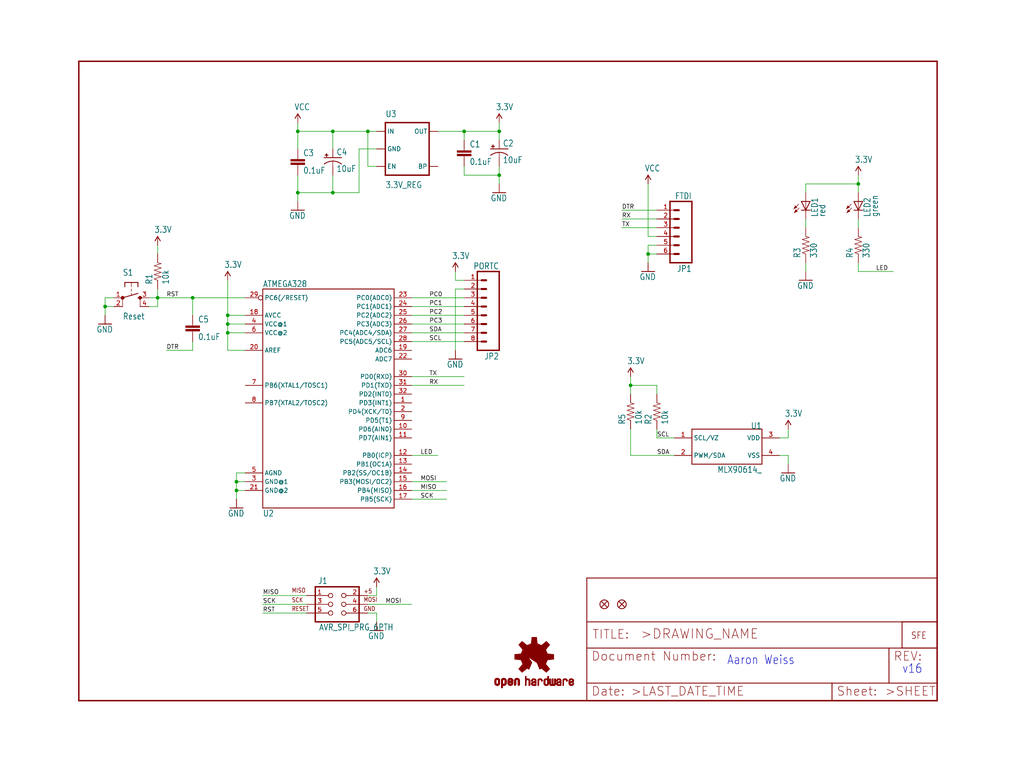
<source format=kicad_sch>
(kicad_sch (version 20211123) (generator eeschema)
  (paper "User" 297.002 223.926)
  (lib_symbols
    (symbol "eagleSchem-eagle-import:3.3V" (power)
      (property "Value" "3.3V" (at -1.016 3.556 0))
      (symbol "3.3V_1_0"
        (pin power_in line (at 0 0 90) (length 2.54) (name "3.3V") (number "1"))
      )
    )
    (symbol "eagleSchem-eagle-import:ATMEGA168"
      (property "Reference" "U" (at -17.78 -38.1 0))
      (property "Value" "ATMEGA168" (at -17.78 28.448 0))
      (symbol "ATMEGA168_1_0"
        (pin bidirectional line (at 25.4 -5.08 180) (length 5.08) (name "PD3(INT1)") (number "1"))
        (pin bidirectional line (at 25.4 -12.7 180) (length 5.08) (name "PD6(AIN0)") (number "10"))
        (pin bidirectional line (at 25.4 -15.24 180) (length 5.08) (name "PD7(AIN1)") (number "11"))
        (pin bidirectional line (at 25.4 -20.32 180) (length 5.08) (name "PB0(ICP)") (number "12"))
        (pin bidirectional line (at 25.4 -22.86 180) (length 5.08) (name "PB1(OC1A)") (number "13"))
        (pin bidirectional line (at 25.4 -25.4 180) (length 5.08) (name "PB2(SS/OC1B)") (number "14"))
        (pin bidirectional line (at 25.4 -27.94 180) (length 5.08) (name "PB3(MOSI/OC2)") (number "15"))
        (pin bidirectional line (at 25.4 -30.48 180) (length 5.08) (name "PB4(MISO)") (number "16"))
        (pin bidirectional line (at 25.4 -33.02 180) (length 5.08) (name "PB5(SCK)") (number "17"))
        (pin bidirectional line (at -22.86 20.32 0) (length 5.08) (name "AVCC") (number "18"))
        (pin bidirectional line (at 25.4 10.16 180) (length 5.08) (name "ADC6") (number "19"))
        (pin bidirectional line (at 25.4 -7.62 180) (length 5.08) (name "PD4(XCK/T0)") (number "2"))
        (pin bidirectional line (at -22.86 10.16 0) (length 5.08) (name "AREF") (number "20"))
        (pin bidirectional line (at -22.86 -30.48 0) (length 5.08) (name "GND@2") (number "21"))
        (pin bidirectional line (at 25.4 7.62 180) (length 5.08) (name "ADC7") (number "22"))
        (pin bidirectional line (at 25.4 25.4 180) (length 5.08) (name "PC0(ADC0)") (number "23"))
        (pin bidirectional line (at 25.4 22.86 180) (length 5.08) (name "PC1(ADC1)") (number "24"))
        (pin bidirectional line (at 25.4 20.32 180) (length 5.08) (name "PC2(ADC2)") (number "25"))
        (pin bidirectional line (at 25.4 17.78 180) (length 5.08) (name "PC3(ADC3)") (number "26"))
        (pin bidirectional line (at 25.4 15.24 180) (length 5.08) (name "PC4(ADC4/SDA)") (number "27"))
        (pin bidirectional line (at 25.4 12.7 180) (length 5.08) (name "PC5(ADC5/SCL)") (number "28"))
        (pin bidirectional inverted (at -22.86 25.4 0) (length 5.08) (name "PC6(/RESET)") (number "29"))
        (pin bidirectional line (at -22.86 -27.94 0) (length 5.08) (name "GND@1") (number "3"))
        (pin bidirectional line (at 25.4 2.54 180) (length 5.08) (name "PD0(RXD)") (number "30"))
        (pin bidirectional line (at 25.4 0 180) (length 5.08) (name "PD1(TXD)") (number "31"))
        (pin bidirectional line (at 25.4 -2.54 180) (length 5.08) (name "PD2(INT0)") (number "32"))
        (pin bidirectional line (at -22.86 17.78 0) (length 5.08) (name "VCC@1") (number "4"))
        (pin bidirectional line (at -22.86 -25.4 0) (length 5.08) (name "AGND") (number "5"))
        (pin bidirectional line (at -22.86 15.24 0) (length 5.08) (name "VCC@2") (number "6"))
        (pin bidirectional line (at -22.86 0 0) (length 5.08) (name "PB6(XTAL1/TOSC1)") (number "7"))
        (pin bidirectional line (at -22.86 -5.08 0) (length 5.08) (name "PB7(XTAL2/TOSC2)") (number "8"))
        (pin bidirectional line (at 25.4 -10.16 180) (length 5.08) (name "PD5(T1)") (number "9"))
      )
    )
    (symbol "eagleSchem-eagle-import:AVR_SPI_PRG_6PTH"
      (property "Reference" "J" (at -4.318 5.842 0))
      (property "Value" "AVR_SPI_PRG_6PTH" (at -4.064 -7.62 0))
      (symbol "AVR_SPI_PRG_6PTH_1_0"
        (text "+5" (at 8.89 3.048 0) (effects (font (size 1.27 1.0795)) (justify left bottom)))
        (text "GND" (at 8.89 -2.032 0) (effects (font (size 1.27 1.0795)) (justify left bottom)))
        (text "MISO" (at -11.938 3.302 0) (effects (font (size 1.27 1.0795)) (justify left bottom)))
        (text "MOSI" (at 8.89 0.635 0) (effects (font (size 1.27 1.0795)) (justify left bottom)))
        (text "RESET" (at -11.938 -2.032 0) (effects (font (size 1.27 1.0795)) (justify left bottom)))
        (text "SCK" (at -11.938 0.508 0) (effects (font (size 1.27 1.0795)) (justify left bottom)))
        (pin passive inverted (at -7.62 2.54 0) (length 7.62) (name "1") (number "1"))
        (pin passive inverted (at 10.16 2.54 180) (length 7.62) (name "2") (number "2"))
        (pin passive inverted (at -7.62 0 0) (length 7.62) (name "3") (number "3"))
        (pin passive inverted (at 10.16 0 180) (length 7.62) (name "4") (number "4"))
        (pin passive inverted (at -7.62 -2.54 0) (length 7.62) (name "5") (number "5"))
        (pin passive inverted (at 10.16 -2.54 180) (length 7.62) (name "6") (number "6"))
      )
    )
    (symbol "eagleSchem-eagle-import:CAP0402-CAP"
      (property "Reference" "C" (at 1.524 2.921 0))
      (property "Value" "CAP0402-CAP" (at 1.524 -2.159 0))
      (symbol "CAP0402-CAP_1_0"
        (pin passive line (at 0 5.08 270) (length 2.54) (name "1") (number "1"))
        (pin passive line (at 0 -2.54 90) (length 2.54) (name "2") (number "2"))
      )
    )
    (symbol "eagleSchem-eagle-import:CAP_POL1206"
      (property "Reference" "C" (at 1.016 0.635 0))
      (property "Value" "CAP_POL1206" (at 1.016 -4.191 0))
      (symbol "CAP_POL1206_1_0"
        (pin passive line (at 0 2.54 270) (length 2.54) (name "+") (number "A"))
        (pin passive line (at 0 -5.08 90) (length 2.54) (name "-") (number "C"))
      )
    )
    (symbol "eagleSchem-eagle-import:FIDUCIAL1X2.5")
    (symbol "eagleSchem-eagle-import:FRAME-LETTER"
      (symbol "FRAME-LETTER_2_0"
        (text ">DRAWING_NAME" (at 15.494 17.78 0) (effects (font (size 2.7432 2.7432)) (justify left bottom)))
        (text ">LAST_DATE_TIME" (at 12.7 1.27 0) (effects (font (size 2.54 2.54)) (justify left bottom)))
        (text ">SHEET" (at 86.36 1.27 0) (effects (font (size 2.54 2.54)) (justify left bottom)))
        (text "Date:" (at 1.27 1.27 0) (effects (font (size 2.54 2.54)) (justify left bottom)))
        (text "Document Number:" (at 1.27 11.43 0) (effects (font (size 2.54 2.54)) (justify left bottom)))
        (text "REV:" (at 88.9 11.43 0) (effects (font (size 2.54 2.54)) (justify left bottom)))
        (text "Sheet:" (at 72.39 1.27 0) (effects (font (size 2.54 2.54)) (justify left bottom)))
        (text "TITLE:" (at 1.524 17.78 0) (effects (font (size 2.54 2.54)) (justify left bottom)))
      )
    )
    (symbol "eagleSchem-eagle-import:GND" (power)
      (property "Value" "GND" (at -2.54 -2.54 0))
      (symbol "GND_1_0"
        (pin power_in line (at 0 2.54 270) (length 2.54) (name "GND") (number "1"))
      )
    )
    (symbol "eagleSchem-eagle-import:LED0603"
      (property "Reference" "LED" (at 3.556 -4.572 90))
      (property "Value" "LED0603" (at 5.715 -4.572 90))
      (symbol "LED0603_1_0"
        (pin passive line (at 0 2.54 270) (length 2.54) (name "A") (number "A"))
        (pin passive line (at 0 -5.08 90) (length 2.54) (name "C") (number "C"))
      )
    )
    (symbol "eagleSchem-eagle-import:LOGO-SFESK"
      (symbol "LOGO-SFESK_1_0"
        (text "SFE" (at 0 0 0) (effects (font (size 1.9304 1.6408)) (justify left bottom)))
      )
    )
    (symbol "eagleSchem-eagle-import:M06SIP"
      (property "Reference" "JP" (at -5.08 10.922 0))
      (property "Value" "M06SIP" (at -5.08 -10.16 0))
      (symbol "M06SIP_1_0"
        (pin passive line (at 5.08 -5.08 180) (length 5.08) (name "1") (number "1"))
        (pin passive line (at 5.08 -2.54 180) (length 5.08) (name "2") (number "2"))
        (pin passive line (at 5.08 0 180) (length 5.08) (name "3") (number "3"))
        (pin passive line (at 5.08 2.54 180) (length 5.08) (name "4") (number "4"))
        (pin passive line (at 5.08 5.08 180) (length 5.08) (name "5") (number "5"))
        (pin passive line (at 5.08 7.62 180) (length 5.08) (name "6") (number "6"))
      )
    )
    (symbol "eagleSchem-eagle-import:M08"
      (property "Reference" "JP" (at -5.08 13.462 0))
      (property "Value" "M08" (at -5.08 -12.7 0))
      (symbol "M08_1_0"
        (pin passive line (at 5.08 -7.62 180) (length 5.08) (name "1") (number "1"))
        (pin passive line (at 5.08 -5.08 180) (length 5.08) (name "2") (number "2"))
        (pin passive line (at 5.08 -2.54 180) (length 5.08) (name "3") (number "3"))
        (pin passive line (at 5.08 0 180) (length 5.08) (name "4") (number "4"))
        (pin passive line (at 5.08 2.54 180) (length 5.08) (name "5") (number "5"))
        (pin passive line (at 5.08 5.08 180) (length 5.08) (name "6") (number "6"))
        (pin passive line (at 5.08 7.62 180) (length 5.08) (name "7") (number "7"))
        (pin passive line (at 5.08 10.16 180) (length 5.08) (name "8") (number "8"))
      )
    )
    (symbol "eagleSchem-eagle-import:MLX90614_"
      (property "Reference" "U" (at -10.16 5.08 0))
      (property "Value" "MLX90614_" (at -10.16 -7.62 0))
      (symbol "MLX90614__1_0"
        (pin bidirectional line (at 15.24 2.54 180) (length 5.08) (name "SCL/VZ") (number "1"))
        (pin bidirectional line (at 15.24 -2.54 180) (length 5.08) (name "PWM/SDA") (number "2"))
        (pin bidirectional line (at -15.24 2.54 0) (length 5.08) (name "VDD") (number "3"))
        (pin bidirectional line (at -15.24 -2.54 0) (length 5.08) (name "VSS") (number "4"))
      )
    )
    (symbol "eagleSchem-eagle-import:OSHW-LOGOS")
    (symbol "eagleSchem-eagle-import:RESISTOR0402-RES"
      (property "Reference" "R" (at -3.81 1.4986 0))
      (property "Value" "RESISTOR0402-RES" (at -3.81 -3.302 0))
      (symbol "RESISTOR0402-RES_1_0"
        (pin passive line (at -5.08 0 0) (length 2.54) (name "1") (number "1"))
        (pin passive line (at 5.08 0 180) (length 2.54) (name "2") (number "2"))
      )
    )
    (symbol "eagleSchem-eagle-import:TAC_SWITCHSMD"
      (property "Reference" "S" (at -2.54 6.35 0))
      (property "Value" "TAC_SWITCHSMD" (at -2.54 -6.35 0))
      (symbol "TAC_SWITCHSMD_1_0"
        (pin passive line (at -5.08 0 0) (length 2.54) (name "1") (number "1"))
        (pin passive line (at -5.08 -2.54 0) (length 2.54) (name "2") (number "2"))
        (pin passive line (at 5.08 0 180) (length 2.54) (name "3") (number "3"))
        (pin passive line (at 5.08 -2.54 180) (length 2.54) (name "4") (number "4"))
      )
    )
    (symbol "eagleSchem-eagle-import:VCC" (power)
      (property "Value" "VCC" (at -1.016 3.556 0))
      (symbol "VCC_1_0"
        (pin power_in line (at 0 0 90) (length 2.54) (name "VCC") (number "1"))
      )
    )
    (symbol "eagleSchem-eagle-import:V_REG_LDOSMD"
      (property "Reference" "U" (at -7.62 9.144 0))
      (property "Value" "V_REG_LDOSMD" (at -7.62 -11.43 0))
      (symbol "V_REG_LDOSMD_1_0"
        (pin input line (at -10.16 5.08 0) (length 2.54) (name "IN") (number "1"))
        (pin input line (at -10.16 0 0) (length 2.54) (name "GND") (number "2"))
        (pin input line (at -10.16 -5.08 0) (length 2.54) (name "EN") (number "3"))
        (pin input line (at 7.62 -5.08 180) (length 2.54) (name "BP") (number "4"))
        (pin passive line (at 7.62 5.08 180) (length 2.54) (name "OUT") (number "5"))
      )
    )
  )
  (junction (at 134.62 38.1))
  (junction (at 45.72 86.36))
  (junction (at 30.48 88.9))
  (junction (at 182.88 111.76))
  (junction (at 66.04 93.98))
  (junction (at 248.92 53.34))
  (junction (at 86.36 38.1))
  (junction (at 144.78 38.1))
  (junction (at 68.58 139.7))
  (junction (at 144.78 50.8))
  (junction (at 106.68 38.1))
  (junction (at 187.96 73.66))
  (junction (at 66.04 91.44))
  (junction (at 68.58 142.24))
  (junction (at 66.04 96.52))
  (junction (at 96.52 38.1))
  (junction (at 86.36 55.88))
  (junction (at 96.52 55.88))
  (junction (at 55.88 86.36))
  (wire (pts (xy 30.48 88.9) (xy 30.48 91.44)))
  (wire (pts (xy 88.9 177.8) (xy 76.2 177.8)))
  (wire (pts (xy 134.62 38.1) (xy 144.78 38.1)))
  (wire (pts (xy 66.04 96.52) (xy 66.04 93.98)))
  (wire (pts (xy 45.72 86.36) (xy 45.72 88.9)))
  (wire (pts (xy 190.5 127) (xy 190.5 124.46)))
  (wire (pts (xy 233.68 55.88) (xy 233.68 53.34)))
  (wire (pts (xy 104.14 43.18) (xy 104.14 55.88)))
  (wire (pts (xy 71.12 142.24) (xy 68.58 142.24)))
  (wire (pts (xy 71.12 86.36) (xy 55.88 86.36)))
  (wire (pts (xy 248.92 78.74) (xy 259.08 78.74)))
  (wire (pts (xy 109.22 172.72) (xy 109.22 170.18)))
  (wire (pts (xy 55.88 101.6) (xy 48.26 101.6)))
  (wire (pts (xy 119.38 109.22) (xy 134.62 109.22)))
  (wire (pts (xy 119.38 132.08) (xy 127 132.08)))
  (wire (pts (xy 33.02 86.36) (xy 30.48 86.36)))
  (wire (pts (xy 119.38 111.76) (xy 134.62 111.76)))
  (wire (pts (xy 119.38 139.7) (xy 129.54 139.7)))
  (wire (pts (xy 45.72 88.9) (xy 43.18 88.9)))
  (wire (pts (xy 33.02 88.9) (xy 30.48 88.9)))
  (wire (pts (xy 119.38 86.36) (xy 134.62 86.36)))
  (wire (pts (xy 86.36 55.88) (xy 86.36 50.8)))
  (wire (pts (xy 86.36 38.1) (xy 96.52 38.1)))
  (wire (pts (xy 86.36 38.1) (xy 86.36 43.18)))
  (wire (pts (xy 248.92 76.2) (xy 248.92 78.74)))
  (wire (pts (xy 187.96 71.12) (xy 187.96 73.66)))
  (wire (pts (xy 233.68 53.34) (xy 248.92 53.34)))
  (wire (pts (xy 132.08 83.82) (xy 132.08 101.6)))
  (wire (pts (xy 45.72 86.36) (xy 45.72 83.82)))
  (wire (pts (xy 119.38 99.06) (xy 134.62 99.06)))
  (wire (pts (xy 86.36 55.88) (xy 86.36 58.42)))
  (wire (pts (xy 134.62 81.28) (xy 132.08 81.28)))
  (wire (pts (xy 190.5 60.96) (xy 180.34 60.96)))
  (wire (pts (xy 66.04 101.6) (xy 66.04 96.52)))
  (wire (pts (xy 190.5 68.58) (xy 187.96 68.58)))
  (wire (pts (xy 106.68 48.26) (xy 106.68 38.1)))
  (wire (pts (xy 190.5 73.66) (xy 187.96 73.66)))
  (wire (pts (xy 248.92 53.34) (xy 248.92 50.8)))
  (wire (pts (xy 68.58 137.16) (xy 68.58 139.7)))
  (wire (pts (xy 226.06 127) (xy 228.6 127)))
  (wire (pts (xy 119.38 91.44) (xy 134.62 91.44)))
  (wire (pts (xy 195.58 127) (xy 190.5 127)))
  (wire (pts (xy 106.68 172.72) (xy 109.22 172.72)))
  (wire (pts (xy 71.12 91.44) (xy 66.04 91.44)))
  (wire (pts (xy 134.62 48.26) (xy 134.62 50.8)))
  (wire (pts (xy 88.9 175.26) (xy 76.2 175.26)))
  (wire (pts (xy 119.38 142.24) (xy 129.54 142.24)))
  (wire (pts (xy 119.38 93.98) (xy 134.62 93.98)))
  (wire (pts (xy 86.36 38.1) (xy 86.36 35.56)))
  (wire (pts (xy 71.12 96.52) (xy 66.04 96.52)))
  (wire (pts (xy 182.88 111.76) (xy 182.88 109.22)))
  (wire (pts (xy 66.04 91.44) (xy 66.04 81.28)))
  (wire (pts (xy 248.92 53.34) (xy 248.92 55.88)))
  (wire (pts (xy 119.38 88.9) (xy 134.62 88.9)))
  (wire (pts (xy 190.5 71.12) (xy 187.96 71.12)))
  (wire (pts (xy 190.5 111.76) (xy 190.5 114.3)))
  (wire (pts (xy 187.96 73.66) (xy 187.96 76.2)))
  (wire (pts (xy 228.6 127) (xy 228.6 124.46)))
  (wire (pts (xy 195.58 132.08) (xy 182.88 132.08)))
  (wire (pts (xy 104.14 55.88) (xy 96.52 55.88)))
  (wire (pts (xy 127 38.1) (xy 134.62 38.1)))
  (wire (pts (xy 233.68 76.2) (xy 233.68 78.74)))
  (wire (pts (xy 71.12 93.98) (xy 66.04 93.98)))
  (wire (pts (xy 134.62 40.64) (xy 134.62 38.1)))
  (wire (pts (xy 109.22 48.26) (xy 106.68 48.26)))
  (wire (pts (xy 88.9 172.72) (xy 76.2 172.72)))
  (wire (pts (xy 45.72 73.66) (xy 45.72 71.12)))
  (wire (pts (xy 71.12 137.16) (xy 68.58 137.16)))
  (wire (pts (xy 71.12 101.6) (xy 66.04 101.6)))
  (wire (pts (xy 132.08 81.28) (xy 132.08 78.74)))
  (wire (pts (xy 55.88 99.06) (xy 55.88 101.6)))
  (wire (pts (xy 68.58 142.24) (xy 68.58 144.78)))
  (wire (pts (xy 144.78 50.8) (xy 144.78 53.34)))
  (wire (pts (xy 86.36 55.88) (xy 96.52 55.88)))
  (wire (pts (xy 144.78 50.8) (xy 144.78 48.26)))
  (wire (pts (xy 96.52 38.1) (xy 96.52 43.18)))
  (wire (pts (xy 190.5 63.5) (xy 180.34 63.5)))
  (wire (pts (xy 109.22 177.8) (xy 109.22 180.34)))
  (wire (pts (xy 182.88 132.08) (xy 182.88 124.46)))
  (wire (pts (xy 134.62 50.8) (xy 144.78 50.8)))
  (wire (pts (xy 68.58 139.7) (xy 68.58 142.24)))
  (wire (pts (xy 119.38 96.52) (xy 134.62 96.52)))
  (wire (pts (xy 106.68 38.1) (xy 96.52 38.1)))
  (wire (pts (xy 109.22 43.18) (xy 104.14 43.18)))
  (wire (pts (xy 187.96 68.58) (xy 187.96 53.34)))
  (wire (pts (xy 134.62 83.82) (xy 132.08 83.82)))
  (wire (pts (xy 66.04 93.98) (xy 66.04 91.44)))
  (wire (pts (xy 144.78 38.1) (xy 144.78 40.64)))
  (wire (pts (xy 182.88 114.3) (xy 182.88 111.76)))
  (wire (pts (xy 106.68 175.26) (xy 119.38 175.26)))
  (wire (pts (xy 106.68 38.1) (xy 109.22 38.1)))
  (wire (pts (xy 119.38 144.78) (xy 129.54 144.78)))
  (wire (pts (xy 190.5 66.04) (xy 180.34 66.04)))
  (wire (pts (xy 55.88 91.44) (xy 55.88 86.36)))
  (wire (pts (xy 106.68 177.8) (xy 109.22 177.8)))
  (wire (pts (xy 182.88 111.76) (xy 190.5 111.76)))
  (wire (pts (xy 144.78 38.1) (xy 144.78 35.56)))
  (wire (pts (xy 30.48 86.36) (xy 30.48 88.9)))
  (wire (pts (xy 96.52 55.88) (xy 96.52 50.8)))
  (wire (pts (xy 71.12 139.7) (xy 68.58 139.7)))
  (wire (pts (xy 55.88 86.36) (xy 45.72 86.36)))
  (wire (pts (xy 248.92 66.04) (xy 248.92 63.5)))
  (wire (pts (xy 226.06 132.08) (xy 228.6 132.08)))
  (wire (pts (xy 43.18 86.36) (xy 45.72 86.36)))
  (wire (pts (xy 233.68 66.04) (xy 233.68 63.5)))
  (wire (pts (xy 228.6 132.08) (xy 228.6 134.62)))
  (text "Aaron Weiss" (at 210.82 193.04 180) (effects (font (size 2.54 2.159)) (justify left bottom)))
  (text "v16" (at 261.62 195.58 180) (effects (font (size 2.54 2.159)) (justify left bottom)))
  (label "MISO" (at 121.92 142.24 0) (effects (font (size 1.2446 1.2446))))
  (label "PC0" (at 124.46 86.36 0) (effects (font (size 1.2446 1.2446))))
  (label "MOSI" (at 121.92 139.7 0) (effects (font (size 1.2446 1.2446))))
  (label "SCL" (at 124.46 99.06 0) (effects (font (size 1.2446 1.2446))))
  (label "PC3" (at 124.46 93.98 0) (effects (font (size 1.2446 1.2446))))
  (label "DTR" (at 180.34 60.96 0) (effects (font (size 1.2446 1.2446))))
  (label "RST" (at 76.2 177.8 0) (effects (font (size 1.2446 1.2446))))
  (label "MOSI" (at 111.76 175.26 0) (effects (font (size 1.2446 1.2446))))
  (label "LED" (at 254 78.74 0) (effects (font (size 1.2446 1.2446))))
  (label "RX" (at 180.34 63.5 0) (effects (font (size 1.2446 1.2446))))
  (label "TX" (at 124.46 109.22 0) (effects (font (size 1.2446 1.2446))))
  (label "SDA" (at 190.5 132.08 0) (effects (font (size 1.2446 1.2446))))
  (label "SCK" (at 76.2 175.26 0) (effects (font (size 1.2446 1.2446))))
  (label "DTR" (at 48.26 101.6 0) (effects (font (size 1.2446 1.2446))))
  (label "RST" (at 48.26 86.36 0) (effects (font (size 1.2446 1.2446))))
  (label "SCK" (at 121.92 144.78 0) (effects (font (size 1.2446 1.2446))))
  (label "PC1" (at 124.46 88.9 0) (effects (font (size 1.2446 1.2446))))
  (label "RX" (at 124.46 111.76 0) (effects (font (size 1.2446 1.2446))))
  (label "SDA" (at 124.46 96.52 0) (effects (font (size 1.2446 1.2446))))
  (label "LED" (at 121.92 132.08 0) (effects (font (size 1.2446 1.2446))))
  (label "MISO" (at 76.2 172.72 0) (effects (font (size 1.2446 1.2446))))
  (label "TX" (at 180.34 66.04 0) (effects (font (size 1.2446 1.2446))))
  (label "PC2" (at 124.46 91.44 0) (effects (font (size 1.2446 1.2446))))
  (label "SCL" (at 190.5 127 0) (effects (font (size 1.2446 1.2446))))
  (symbol (lib_id "eagleSchem-eagle-import:LED0603") (at 233.68 58.42 0) (unit 1)
    (property "Reference" "LED1" (at 237.236 62.992 90) (effects (font (size 1.778 1.5113)) (justify left bottom)))
    (property "Value" "red" (at 239.395 62.992 90) (effects (font (size 1.778 1.5113)) (justify left bottom)))
    (property "Footprint" "eagleSchem:LED-0603" (effects hide))
  )
  (symbol (lib_id "eagleSchem-eagle-import:GND") (at 30.48 93.98 0) (unit 1)
    (property "Reference" "#GND3" (effects hide))
    (property "Value" "GND" (at 27.94 96.52 0) (effects (font (size 1.778 1.5113)) (justify left bottom)))
    (property "Footprint" "eagleSchem:" (effects hide))
  )
  (symbol (lib_id "eagleSchem-eagle-import:RESISTOR0402-RES") (at 190.5 119.38 90) (unit 1)
    (property "Reference" "R2" (at 189.0014 123.19 0) (effects (font (size 1.778 1.5113)) (justify left bottom)))
    (property "Value" "10k" (at 193.802 123.19 0) (effects (font (size 1.778 1.5113)) (justify left bottom)))
    (property "Footprint" "eagleSchem:0402-RES" (effects hide))
  )
  (symbol (lib_id "eagleSchem-eagle-import:FIDUCIAL1X2.5") (at 180.34 175.26 0) (unit 1)
    (property "Reference" "JP5" (effects hide))
    (property "Value" "FIDUCIAL1X2.5" (effects hide))
    (property "Footprint" "eagleSchem:FIDUCIAL-1X2.5" (effects hide))
  )
  (symbol (lib_id "eagleSchem-eagle-import:LED0603") (at 248.92 58.42 0) (unit 1)
    (property "Reference" "LED2" (at 252.476 62.992 90) (effects (font (size 1.778 1.5113)) (justify left bottom)))
    (property "Value" "green" (at 254.635 62.992 90) (effects (font (size 1.778 1.5113)) (justify left bottom)))
    (property "Footprint" "eagleSchem:LED-0603" (effects hide))
  )
  (symbol (lib_id "eagleSchem-eagle-import:OSHW-LOGOS") (at 154.94 190.5 0) (unit 1)
    (property "Reference" "U$1" (effects hide))
    (property "Value" "OSHW-LOGOS" (effects hide))
    (property "Footprint" "eagleSchem:OSHW-LOGO-S" (effects hide))
  )
  (symbol (lib_id "eagleSchem-eagle-import:GND") (at 68.58 147.32 0) (unit 1)
    (property "Reference" "#GND1" (effects hide))
    (property "Value" "GND" (at 66.04 149.86 0) (effects (font (size 1.778 1.5113)) (justify left bottom)))
    (property "Footprint" "eagleSchem:" (effects hide))
  )
  (symbol (lib_id "eagleSchem-eagle-import:GND") (at 144.78 55.88 0) (unit 1)
    (property "Reference" "#GND8" (effects hide))
    (property "Value" "GND" (at 142.24 58.42 0) (effects (font (size 1.778 1.5113)) (justify left bottom)))
    (property "Footprint" "eagleSchem:" (effects hide))
  )
  (symbol (lib_id "eagleSchem-eagle-import:3.3V") (at 66.04 81.28 0) (unit 1)
    (property "Reference" "#P+1" (effects hide))
    (property "Value" "3.3V" (at 65.024 77.724 0) (effects (font (size 1.778 1.5113)) (justify left bottom)))
    (property "Footprint" "eagleSchem:" (effects hide))
  )
  (symbol (lib_id "eagleSchem-eagle-import:M06SIP") (at 195.58 66.04 180) (unit 1)
    (property "Reference" "JP1" (at 200.66 76.962 0) (effects (font (size 1.778 1.5113)) (justify left bottom)))
    (property "Value" "FTDI" (at 200.66 55.88 0) (effects (font (size 1.778 1.5113)) (justify left bottom)))
    (property "Footprint" "eagleSchem:1X06" (effects hide))
  )
  (symbol (lib_id "eagleSchem-eagle-import:M08") (at 139.7 88.9 180) (unit 1)
    (property "Reference" "JP2" (at 144.78 102.362 0) (effects (font (size 1.778 1.5113)) (justify left bottom)))
    (property "Value" "PORTC" (at 144.78 76.2 0) (effects (font (size 1.778 1.5113)) (justify left bottom)))
    (property "Footprint" "eagleSchem:1X08" (effects hide))
  )
  (symbol (lib_id "eagleSchem-eagle-import:CAP0402-CAP") (at 86.36 48.26 0) (unit 1)
    (property "Reference" "C3" (at 87.884 45.339 0) (effects (font (size 1.778 1.5113)) (justify left bottom)))
    (property "Value" "0.1uF" (at 87.884 50.419 0) (effects (font (size 1.778 1.5113)) (justify left bottom)))
    (property "Footprint" "eagleSchem:0402-CAP" (effects hide))
  )
  (symbol (lib_id "eagleSchem-eagle-import:3.3V") (at 45.72 71.12 0) (unit 1)
    (property "Reference" "#P+7" (effects hide))
    (property "Value" "3.3V" (at 44.704 67.564 0) (effects (font (size 1.778 1.5113)) (justify left bottom)))
    (property "Footprint" "eagleSchem:" (effects hide))
  )
  (symbol (lib_id "eagleSchem-eagle-import:3.3V") (at 132.08 78.74 0) (unit 1)
    (property "Reference" "#P+9" (effects hide))
    (property "Value" "3.3V" (at 131.064 75.184 0) (effects (font (size 1.778 1.5113)) (justify left bottom)))
    (property "Footprint" "eagleSchem:" (effects hide))
  )
  (symbol (lib_id "eagleSchem-eagle-import:GND") (at 132.08 104.14 0) (unit 1)
    (property "Reference" "#GND9" (effects hide))
    (property "Value" "GND" (at 129.54 106.68 0) (effects (font (size 1.778 1.5113)) (justify left bottom)))
    (property "Footprint" "eagleSchem:" (effects hide))
  )
  (symbol (lib_id "eagleSchem-eagle-import:GND") (at 86.36 60.96 0) (unit 1)
    (property "Reference" "#GND4" (effects hide))
    (property "Value" "GND" (at 83.82 63.5 0) (effects (font (size 1.778 1.5113)) (justify left bottom)))
    (property "Footprint" "eagleSchem:" (effects hide))
  )
  (symbol (lib_id "eagleSchem-eagle-import:GND") (at 233.68 81.28 0) (unit 1)
    (property "Reference" "#GND6" (effects hide))
    (property "Value" "GND" (at 231.14 83.82 0) (effects (font (size 1.778 1.5113)) (justify left bottom)))
    (property "Footprint" "eagleSchem:" (effects hide))
  )
  (symbol (lib_id "eagleSchem-eagle-import:GND") (at 187.96 78.74 0) (unit 1)
    (property "Reference" "#GND7" (effects hide))
    (property "Value" "GND" (at 185.42 81.28 0) (effects (font (size 1.778 1.5113)) (justify left bottom)))
    (property "Footprint" "eagleSchem:" (effects hide))
  )
  (symbol (lib_id "eagleSchem-eagle-import:FRAME-LETTER") (at 22.86 203.2 0) (unit 1)
    (property "Reference" "#FRAME1" (effects hide))
    (property "Value" "FRAME-LETTER" (effects hide))
    (property "Footprint" "eagleSchem:" (effects hide))
  )
  (symbol (lib_id "eagleSchem-eagle-import:GND") (at 109.22 182.88 0) (unit 1)
    (property "Reference" "#GND5" (effects hide))
    (property "Value" "GND" (at 106.68 185.42 0) (effects (font (size 1.778 1.5113)) (justify left bottom)))
    (property "Footprint" "eagleSchem:" (effects hide))
  )
  (symbol (lib_id "eagleSchem-eagle-import:GND") (at 228.6 137.16 0) (unit 1)
    (property "Reference" "#GND2" (effects hide))
    (property "Value" "GND" (at 226.06 139.7 0) (effects (font (size 1.778 1.5113)) (justify left bottom)))
    (property "Footprint" "eagleSchem:" (effects hide))
  )
  (symbol (lib_id "eagleSchem-eagle-import:VCC") (at 86.36 35.56 0) (unit 1)
    (property "Reference" "#P+4" (effects hide))
    (property "Value" "VCC" (at 85.344 32.004 0) (effects (font (size 1.778 1.5113)) (justify left bottom)))
    (property "Footprint" "eagleSchem:" (effects hide))
  )
  (symbol (lib_id "eagleSchem-eagle-import:LOGO-SFESK") (at 264.16 185.42 0) (unit 1)
    (property "Reference" "JP4" (effects hide))
    (property "Value" "LOGO-SFESK" (effects hide))
    (property "Footprint" "eagleSchem:SFE-LOGO-FLAME" (effects hide))
  )
  (symbol (lib_id "eagleSchem-eagle-import:3.3V") (at 144.78 35.56 0) (unit 1)
    (property "Reference" "#P+8" (effects hide))
    (property "Value" "3.3V" (at 143.764 32.004 0) (effects (font (size 1.778 1.5113)) (justify left bottom)))
    (property "Footprint" "eagleSchem:" (effects hide))
  )
  (symbol (lib_id "eagleSchem-eagle-import:VCC") (at 187.96 53.34 0) (unit 1)
    (property "Reference" "#P+3" (effects hide))
    (property "Value" "VCC" (at 186.944 49.784 0) (effects (font (size 1.778 1.5113)) (justify left bottom)))
    (property "Footprint" "eagleSchem:" (effects hide))
  )
  (symbol (lib_id "eagleSchem-eagle-import:3.3V") (at 228.6 124.46 0) (unit 1)
    (property "Reference" "#P+2" (effects hide))
    (property "Value" "3.3V" (at 227.584 120.904 0) (effects (font (size 1.778 1.5113)) (justify left bottom)))
    (property "Footprint" "eagleSchem:" (effects hide))
  )
  (symbol (lib_id "eagleSchem-eagle-import:RESISTOR0402-RES") (at 248.92 71.12 90) (unit 1)
    (property "Reference" "R4" (at 247.4214 74.93 0) (effects (font (size 1.778 1.5113)) (justify left bottom)))
    (property "Value" "330" (at 252.222 74.93 0) (effects (font (size 1.778 1.5113)) (justify left bottom)))
    (property "Footprint" "eagleSchem:0402-RES" (effects hide))
  )
  (symbol (lib_id "eagleSchem-eagle-import:MLX90614_") (at 210.82 129.54 0) (mirror y) (unit 1)
    (property "Reference" "U1" (at 220.98 124.46 0) (effects (font (size 1.778 1.5113)) (justify left bottom)))
    (property "Value" "MLX90614_" (at 220.98 137.16 0) (effects (font (size 1.778 1.5113)) (justify left bottom)))
    (property "Footprint" "eagleSchem:TO-39" (effects hide))
  )
  (symbol (lib_id "eagleSchem-eagle-import:V_REG_LDOSMD") (at 119.38 43.18 0) (unit 1)
    (property "Reference" "U3" (at 111.76 34.036 0) (effects (font (size 1.778 1.5113)) (justify left bottom)))
    (property "Value" "3.3V_REG" (at 111.76 54.61 0) (effects (font (size 1.778 1.5113)) (justify left bottom)))
    (property "Footprint" "eagleSchem:SOT23-5" (effects hide))
  )
  (symbol (lib_id "eagleSchem-eagle-import:FRAME-LETTER") (at 170.18 203.2 0) (unit 2)
    (property "Reference" "#FRAME1" (effects hide))
    (property "Value" "FRAME-LETTER" (effects hide))
    (property "Footprint" "eagleSchem:" (effects hide))
  )
  (symbol (lib_id "eagleSchem-eagle-import:FIDUCIAL1X2.5") (at 175.26 175.26 0) (unit 1)
    (property "Reference" "JP3" (effects hide))
    (property "Value" "FIDUCIAL1X2.5" (effects hide))
    (property "Footprint" "eagleSchem:FIDUCIAL-1X2.5" (effects hide))
  )
  (symbol (lib_id "eagleSchem-eagle-import:TAC_SWITCHSMD") (at 38.1 86.36 0) (unit 1)
    (property "Reference" "S1" (at 35.56 80.01 0) (effects (font (size 1.778 1.5113)) (justify left bottom)))
    (property "Value" "Reset" (at 35.56 92.71 0) (effects (font (size 1.778 1.5113)) (justify left bottom)))
    (property "Footprint" "eagleSchem:TACTILE_SWITCH_SMD" (effects hide))
  )
  (symbol (lib_id "eagleSchem-eagle-import:3.3V") (at 182.88 109.22 0) (unit 1)
    (property "Reference" "#P+10" (effects hide))
    (property "Value" "3.3V" (at 181.864 105.664 0) (effects (font (size 1.778 1.5113)) (justify left bottom)))
    (property "Footprint" "eagleSchem:" (effects hide))
  )
  (symbol (lib_id "eagleSchem-eagle-import:AVR_SPI_PRG_6PTH") (at 96.52 175.26 0) (unit 1)
    (property "Reference" "J1" (at 92.202 169.418 0) (effects (font (size 1.778 1.5113)) (justify left bottom)))
    (property "Value" "AVR_SPI_PRG_6PTH" (at 92.456 182.88 0) (effects (font (size 1.778 1.5113)) (justify left bottom)))
    (property "Footprint" "eagleSchem:2X3" (effects hide))
  )
  (symbol (lib_id "eagleSchem-eagle-import:CAP0402-CAP") (at 134.62 45.72 0) (unit 1)
    (property "Reference" "C1" (at 136.144 42.799 0) (effects (font (size 1.778 1.5113)) (justify left bottom)))
    (property "Value" "0.1uF" (at 136.144 47.879 0) (effects (font (size 1.778 1.5113)) (justify left bottom)))
    (property "Footprint" "eagleSchem:0402-CAP" (effects hide))
  )
  (symbol (lib_id "eagleSchem-eagle-import:3.3V") (at 248.92 50.8 0) (unit 1)
    (property "Reference" "#P+6" (effects hide))
    (property "Value" "3.3V" (at 247.904 47.244 0) (effects (font (size 1.778 1.5113)) (justify left bottom)))
    (property "Footprint" "eagleSchem:" (effects hide))
  )
  (symbol (lib_id "eagleSchem-eagle-import:RESISTOR0402-RES") (at 233.68 71.12 90) (unit 1)
    (property "Reference" "R3" (at 232.1814 74.93 0) (effects (font (size 1.778 1.5113)) (justify left bottom)))
    (property "Value" "330" (at 236.982 74.93 0) (effects (font (size 1.778 1.5113)) (justify left bottom)))
    (property "Footprint" "eagleSchem:0402-RES" (effects hide))
  )
  (symbol (lib_id "eagleSchem-eagle-import:CAP_POL1206") (at 144.78 43.18 0) (unit 1)
    (property "Reference" "C2" (at 145.796 42.545 0) (effects (font (size 1.778 1.5113)) (justify left bottom)))
    (property "Value" "10uF" (at 145.796 47.371 0) (effects (font (size 1.778 1.5113)) (justify left bottom)))
    (property "Footprint" "eagleSchem:EIA3216" (effects hide))
  )
  (symbol (lib_id "eagleSchem-eagle-import:CAP_POL1206") (at 96.52 45.72 0) (unit 1)
    (property "Reference" "C4" (at 97.536 45.085 0) (effects (font (size 1.778 1.5113)) (justify left bottom)))
    (property "Value" "10uF" (at 97.536 49.911 0) (effects (font (size 1.778 1.5113)) (justify left bottom)))
    (property "Footprint" "eagleSchem:EIA3216" (effects hide))
  )
  (symbol (lib_id "eagleSchem-eagle-import:3.3V") (at 109.22 170.18 0) (unit 1)
    (property "Reference" "#P+5" (effects hide))
    (property "Value" "3.3V" (at 108.204 166.624 0) (effects (font (size 1.778 1.5113)) (justify left bottom)))
    (property "Footprint" "eagleSchem:" (effects hide))
  )
  (symbol (lib_id "eagleSchem-eagle-import:RESISTOR0402-RES") (at 182.88 119.38 90) (unit 1)
    (property "Reference" "R5" (at 181.3814 123.19 0) (effects (font (size 1.778 1.5113)) (justify left bottom)))
    (property "Value" "10k" (at 186.182 123.19 0) (effects (font (size 1.778 1.5113)) (justify left bottom)))
    (property "Footprint" "eagleSchem:0402-RES" (effects hide))
  )
  (symbol (lib_id "eagleSchem-eagle-import:ATMEGA168") (at 93.98 111.76 0) (unit 1)
    (property "Reference" "U2" (at 76.2 149.86 0) (effects (font (size 1.778 1.5113)) (justify left bottom)))
    (property "Value" "ATMEGA328" (at 76.2 83.312 0) (effects (font (size 1.778 1.5113)) (justify left bottom)))
    (property "Footprint" "eagleSchem:TQFP32-08" (effects hide))
  )
  (symbol (lib_id "eagleSchem-eagle-import:CAP0402-CAP") (at 55.88 96.52 0) (unit 1)
    (property "Reference" "C5" (at 57.404 93.599 0) (effects (font (size 1.778 1.5113)) (justify left bottom)))
    (property "Value" "0.1uF" (at 57.404 98.679 0) (effects (font (size 1.778 1.5113)) (justify left bottom)))
    (property "Footprint" "eagleSchem:0402-CAP" (effects hide))
  )
  (symbol (lib_id "eagleSchem-eagle-import:RESISTOR0402-RES") (at 45.72 78.74 90) (unit 1)
    (property "Reference" "R1" (at 44.2214 82.55 0) (effects (font (size 1.778 1.5113)) (justify left bottom)))
    (property "Value" "10k" (at 49.022 82.55 0) (effects (font (size 1.778 1.5113)) (justify left bottom)))
    (property "Footprint" "eagleSchem:0402-RES" (effects hide))
  )
)
</source>
